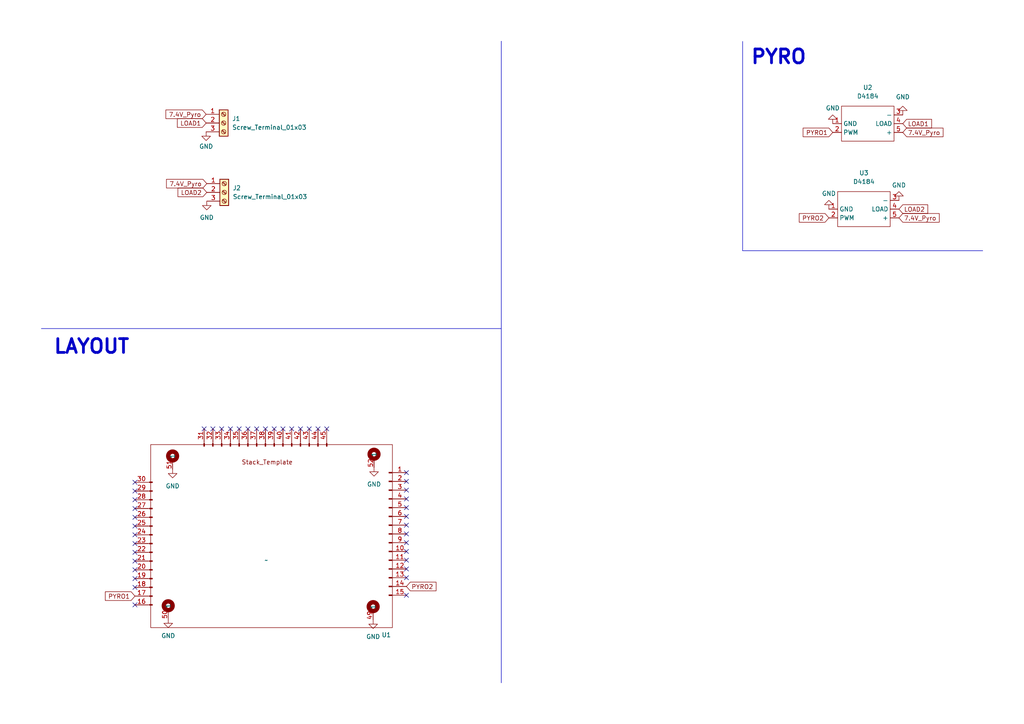
<source format=kicad_sch>
(kicad_sch (version 20230121) (generator eeschema)
  (paper "A4")
  (lib_symbols
    (symbol "Connector:Screw_Terminal_01x03" (pin_names (offset 1.016) hide)
      (property "Reference" "J" (at 0 5.08 0))
      (property "Value" "Screw_Terminal_01x03" (at 0 -5.08 0))
      (symbol "Screw_Terminal_01x03_1_1"
        (rectangle (start -1.27 3.81) (end 1.27 -3.81) (stroke (width 0.254)) (fill (type background)))
        (circle (center 0 -2.54) (radius 0.635) (stroke (width 0.1524)))
        (polyline (pts (xy -0.5334 -2.2098) (xy 0.3302 -3.048)) (stroke (width 0.1524)))
        (polyline (pts (xy -0.5334 0.3302) (xy 0.3302 -0.508)) (stroke (width 0.1524)))
        (polyline (pts (xy -0.5334 2.8702) (xy 0.3302 2.032)) (stroke (width 0.1524)))
        (polyline (pts (xy -0.3556 -2.032) (xy 0.508 -2.8702)) (stroke (width 0.1524)))
        (polyline (pts (xy -0.3556 0.508) (xy 0.508 -0.3302)) (stroke (width 0.1524)))
        (polyline (pts (xy -0.3556 3.048) (xy 0.508 2.2098)) (stroke (width 0.1524)))
        (circle (center 0 0) (radius 0.635) (stroke (width 0.1524)))
        (circle (center 0 2.54) (radius 0.635) (stroke (width 0.1524)))
        (pin passive line (at -5.08 2.54 0) (length 3.81) (name "Pin_1") (number "1"))
        (pin passive line (at -5.08 0 0) (length 3.81) (name "Pin_2") (number "2"))
        (pin passive line (at -5.08 -2.54 0) (length 3.81) (name "Pin_3") (number "3"))
      )
    )
    (symbol "D4184:D4184"
      (property "Reference" "U" (at 7.62 -2.54 0))
      (property "Value" "D4184" (at 7.62 2.54 0))
      (symbol "D4184_0_1"
        (rectangle (start 0 0) (end 15.24 -10.16))
      )
      (symbol "D4184_1_1"
        (pin power_in line (at -2.54 -5.08 0) (length 2.54) (name "GND") (number "1"))
        (pin input line (at -2.54 -7.62 0) (length 2.54) (name "PWM") (number "2"))
        (pin output line (at 17.78 -2.54 180) (length 2.54) (name "-") (number "3"))
        (pin output line (at 17.78 -5.08 180) (length 2.54) (name "LOAD") (number "4"))
        (pin output line (at 17.78 -7.62 180) (length 2.54) (name "+") (number "5"))
      )
    )
    (symbol "fc_stack:Template"
      (property "Reference" "U" (at 0 0 0))
      (symbol "Template_0_1"
        (circle (center -28.448 -13.208) (radius 1.27) (stroke (width 1.27)))
        (circle (center -27.178 30.226) (radius 1.27) (stroke (width 1.27)))
        (circle (center 30.988 -13.462) (radius 1.27) (stroke (width 1.27)))
        (circle (center 31.242 30.734) (radius 1.27) (stroke (width 1.27)))
      )
      (symbol "Template_1_1"
        (rectangle (start -33.8836 -13.081) (end -33.02 -12.827) (stroke (width 0.1524)) (fill (type outline)))
        (rectangle (start -33.8836 -10.541) (end -33.02 -10.287) (stroke (width 0.1524)) (fill (type outline)))
        (rectangle (start -33.8836 -8.001) (end -33.02 -7.747) (stroke (width 0.1524)) (fill (type outline)))
        (rectangle (start -33.8836 -5.461) (end -33.02 -5.207) (stroke (width 0.1524)) (fill (type outline)))
        (rectangle (start -33.8836 -2.921) (end -33.02 -2.667) (stroke (width 0.1524)) (fill (type outline)))
        (rectangle (start -33.8836 -0.381) (end -33.02 -0.127) (stroke (width 0.1524)) (fill (type outline)))
        (rectangle (start -33.8836 2.159) (end -33.02 2.413) (stroke (width 0.1524)) (fill (type outline)))
        (rectangle (start -33.8836 4.699) (end -33.02 4.953) (stroke (width 0.1524)) (fill (type outline)))
        (rectangle (start -33.8836 7.239) (end -33.02 7.493) (stroke (width 0.1524)) (fill (type outline)))
        (rectangle (start -33.8836 9.779) (end -33.02 10.033) (stroke (width 0.1524)) (fill (type outline)))
        (rectangle (start -33.8836 12.319) (end -33.02 12.573) (stroke (width 0.1524)) (fill (type outline)))
        (rectangle (start -33.8836 14.859) (end -33.02 15.113) (stroke (width 0.1524)) (fill (type outline)))
        (rectangle (start -33.8836 17.399) (end -33.02 17.653) (stroke (width 0.1524)) (fill (type outline)))
        (rectangle (start -33.8836 19.939) (end -33.02 20.193) (stroke (width 0.1524)) (fill (type outline)))
        (rectangle (start -33.8836 22.479) (end -33.02 22.733) (stroke (width 0.1524)) (fill (type outline)))
        (rectangle (start -33.528 33.528) (end 36.576 -19.558))
        (rectangle (start -18.161 33.8836) (end -17.907 33.02) (stroke (width 0.1524)) (fill (type outline)))
        (rectangle (start -15.621 33.8836) (end -15.367 33.02) (stroke (width 0.1524)) (fill (type outline)))
        (rectangle (start -13.081 33.8836) (end -12.827 33.02) (stroke (width 0.1524)) (fill (type outline)))
        (rectangle (start -10.541 33.8836) (end -10.287 33.02) (stroke (width 0.1524)) (fill (type outline)))
        (rectangle (start -8.001 33.8836) (end -7.747 33.02) (stroke (width 0.1524)) (fill (type outline)))
        (rectangle (start -5.461 33.8836) (end -5.207 33.02) (stroke (width 0.1524)) (fill (type outline)))
        (rectangle (start -2.921 33.8836) (end -2.667 33.02) (stroke (width 0.1524)) (fill (type outline)))
        (rectangle (start -0.381 33.8836) (end -0.127 33.02) (stroke (width 0.1524)) (fill (type outline)))
        (polyline (pts (xy -34.29 -12.954) (xy -33.8836 -12.954)) (stroke (width 0.1524)))
        (polyline (pts (xy -34.29 -10.414) (xy -33.8836 -10.414)) (stroke (width 0.1524)))
        (polyline (pts (xy -34.29 -7.874) (xy -33.8836 -7.874)) (stroke (width 0.1524)))
        (polyline (pts (xy -34.29 -5.334) (xy -33.8836 -5.334)) (stroke (width 0.1524)))
        (polyline (pts (xy -34.29 -2.794) (xy -33.8836 -2.794)) (stroke (width 0.1524)))
        (polyline (pts (xy -34.29 -0.254) (xy -33.8836 -0.254)) (stroke (width 0.1524)))
        (polyline (pts (xy -34.29 2.286) (xy -33.8836 2.286)) (stroke (width 0.1524)))
        (polyline (pts (xy -34.29 4.826) (xy -33.8836 4.826)) (stroke (width 0.1524)))
        (polyline (pts (xy -34.29 7.366) (xy -33.8836 7.366)) (stroke (width 0.1524)))
        (polyline (pts (xy -34.29 9.906) (xy -33.8836 9.906)) (stroke (width 0.1524)))
        (polyline (pts (xy -34.29 12.446) (xy -33.8836 12.446)) (stroke (width 0.1524)))
        (polyline (pts (xy -34.29 14.986) (xy -33.8836 14.986)) (stroke (width 0.1524)))
        (polyline (pts (xy -34.29 17.526) (xy -33.8836 17.526)) (stroke (width 0.1524)))
        (polyline (pts (xy -34.29 20.066) (xy -33.8836 20.066)) (stroke (width 0.1524)))
        (polyline (pts (xy -34.29 22.606) (xy -33.8836 22.606)) (stroke (width 0.1524)))
        (polyline (pts (xy -18.034 34.29) (xy -18.034 33.8836)) (stroke (width 0.1524)))
        (polyline (pts (xy -15.494 34.29) (xy -15.494 33.8836)) (stroke (width 0.1524)))
        (polyline (pts (xy -12.954 34.29) (xy -12.954 33.8836)) (stroke (width 0.1524)))
        (polyline (pts (xy -10.414 34.29) (xy -10.414 33.8836)) (stroke (width 0.1524)))
        (polyline (pts (xy -7.874 34.29) (xy -7.874 33.8836)))
        (polyline (pts (xy -5.334 34.29) (xy -5.334 33.8836)) (stroke (width 0.1524)))
        (polyline (pts (xy -2.794 34.29) (xy -2.794 33.8836)) (stroke (width 0.1524)))
        (polyline (pts (xy -0.254 34.29) (xy -0.254 33.8836)) (stroke (width 0.1524)))
        (polyline (pts (xy 2.286 34.29) (xy 2.286 33.8836)) (stroke (width 0.1524)))
        (polyline (pts (xy 4.826 34.29) (xy 4.826 33.8836)) (stroke (width 0.1524)))
        (polyline (pts (xy 7.366 34.29) (xy 7.366 33.8836)) (stroke (width 0.1524)))
        (polyline (pts (xy 9.906 34.29) (xy 9.906 33.8836)) (stroke (width 0.1524)))
        (polyline (pts (xy 12.446 34.29) (xy 12.446 33.8836)) (stroke (width 0.1524)))
        (polyline (pts (xy 14.986 34.29) (xy 14.986 33.8836)) (stroke (width 0.1524)))
        (polyline (pts (xy 17.526 34.29) (xy 17.526 33.8836)) (stroke (width 0.1524)))
        (polyline (pts (xy 36.83 -10.16) (xy 36.4236 -10.16)) (stroke (width 0.1524)))
        (polyline (pts (xy 36.83 -7.62) (xy 36.4236 -7.62)) (stroke (width 0.1524)))
        (polyline (pts (xy 36.83 -5.08) (xy 36.4236 -5.08)) (stroke (width 0.1524)))
        (polyline (pts (xy 36.83 -2.54) (xy 36.4236 -2.54)) (stroke (width 0.1524)))
        (polyline (pts (xy 36.83 0) (xy 36.4236 0)) (stroke (width 0.1524)))
        (polyline (pts (xy 36.83 2.54) (xy 36.4236 2.54)) (stroke (width 0.1524)))
        (polyline (pts (xy 36.83 5.08) (xy 36.4236 5.08)) (stroke (width 0.1524)))
        (polyline (pts (xy 36.83 7.62) (xy 36.4236 7.62)) (stroke (width 0.1524)))
        (polyline (pts (xy 36.83 10.16) (xy 36.4236 10.16)) (stroke (width 0.1524)))
        (polyline (pts (xy 36.83 12.7) (xy 36.4236 12.7)) (stroke (width 0.1524)))
        (polyline (pts (xy 36.83 15.24) (xy 36.4236 15.24)) (stroke (width 0.1524)))
        (polyline (pts (xy 36.83 17.78) (xy 36.4236 17.78)) (stroke (width 0.1524)))
        (polyline (pts (xy 36.83 20.32) (xy 36.4236 20.32)) (stroke (width 0.1524)))
        (polyline (pts (xy 36.83 22.86) (xy 36.4236 22.86)) (stroke (width 0.1524)))
        (polyline (pts (xy 36.83 25.4) (xy 36.4236 25.4)) (stroke (width 0.1524)))
        (rectangle (start 2.159 33.8836) (end 2.413 33.02) (stroke (width 0.1524)) (fill (type outline)))
        (rectangle (start 4.699 33.8836) (end 4.953 33.02) (stroke (width 0.1524)) (fill (type outline)))
        (rectangle (start 7.239 33.8836) (end 7.493 33.02) (stroke (width 0.1524)) (fill (type outline)))
        (rectangle (start 9.779 33.8836) (end 10.033 33.02) (stroke (width 0.1524)) (fill (type outline)))
        (rectangle (start 12.319 33.8836) (end 12.573 33.02) (stroke (width 0.1524)) (fill (type outline)))
        (rectangle (start 14.859 33.8836) (end 15.113 33.02) (stroke (width 0.1524)) (fill (type outline)))
        (rectangle (start 17.399 33.8836) (end 17.653 33.02) (stroke (width 0.1524)) (fill (type outline)))
        (rectangle (start 36.4236 -10.033) (end 35.56 -10.287) (stroke (width 0.1524)) (fill (type outline)))
        (rectangle (start 36.4236 -7.493) (end 35.56 -7.747) (stroke (width 0.1524)) (fill (type outline)))
        (rectangle (start 36.4236 -4.953) (end 35.56 -5.207) (stroke (width 0.1524)) (fill (type outline)))
        (rectangle (start 36.4236 -2.413) (end 35.56 -2.667) (stroke (width 0.1524)) (fill (type outline)))
        (rectangle (start 36.4236 0.127) (end 35.56 -0.127) (stroke (width 0.1524)) (fill (type outline)))
        (rectangle (start 36.4236 2.667) (end 35.56 2.413) (stroke (width 0.1524)) (fill (type outline)))
        (rectangle (start 36.4236 5.207) (end 35.56 4.953) (stroke (width 0.1524)) (fill (type outline)))
        (rectangle (start 36.4236 7.747) (end 35.56 7.493) (stroke (width 0.1524)) (fill (type outline)))
        (rectangle (start 36.4236 10.287) (end 35.56 10.033) (stroke (width 0.1524)) (fill (type outline)))
        (rectangle (start 36.4236 12.827) (end 35.56 12.573) (stroke (width 0.1524)) (fill (type outline)))
        (rectangle (start 36.4236 15.367) (end 35.56 15.113) (stroke (width 0.1524)) (fill (type outline)))
        (rectangle (start 36.4236 17.907) (end 35.56 17.653) (stroke (width 0.1524)) (fill (type outline)))
        (rectangle (start 36.4236 20.447) (end 35.56 20.193) (stroke (width 0.1524)) (fill (type outline)))
        (rectangle (start 36.4236 22.987) (end 35.56 22.733) (stroke (width 0.1524)) (fill (type outline)))
        (rectangle (start 36.4236 25.527) (end 35.56 25.273) (stroke (width 0.1524)) (fill (type outline)))
        (text "Stack_Template\n" (at 0.254 28.448 0) (effects (font (size 1.27 1.27))))
        (pin passive line (at 40.64 25.4 180) (length 3.81) (name "") (number "1"))
        (pin passive line (at 40.64 2.54 180) (length 3.81) (name "") (number "10"))
        (pin passive line (at 40.64 0 180) (length 3.81) (name "") (number "11"))
        (pin passive line (at 40.64 -2.54 180) (length 3.81) (name "") (number "12"))
        (pin passive line (at 40.64 -5.08 180) (length 3.81) (name "") (number "13"))
        (pin passive line (at 40.64 -7.62 180) (length 3.81) (name "") (number "14"))
        (pin passive line (at 40.64 -10.16 180) (length 3.81) (name "") (number "15"))
        (pin passive line (at -38.1 -12.954 0) (length 3.81) (name "") (number "16"))
        (pin passive line (at -38.1 -10.414 0) (length 3.81) (name "") (number "17"))
        (pin passive line (at -38.1 -7.874 0) (length 3.81) (name "") (number "18"))
        (pin passive line (at -38.1 -5.334 0) (length 3.81) (name "") (number "19"))
        (pin passive line (at 40.64 22.86 180) (length 3.81) (name "") (number "2"))
        (pin passive line (at -38.1 -2.794 0) (length 3.81) (name "") (number "20"))
        (pin passive line (at -38.1 -0.254 0) (length 3.81) (name "") (number "21"))
        (pin passive line (at -38.1 2.286 0) (length 3.81) (name "") (number "22"))
        (pin passive line (at -38.1 4.826 0) (length 3.81) (name "") (number "23"))
        (pin passive line (at -38.1 7.366 0) (length 3.81) (name "") (number "24"))
        (pin passive line (at -38.1 9.906 0) (length 3.81) (name "") (number "25"))
        (pin passive line (at -38.1 12.446 0) (length 3.81) (name "") (number "26"))
        (pin passive line (at -38.1 14.986 0) (length 3.81) (name "") (number "27"))
        (pin passive line (at -38.1 17.526 0) (length 3.81) (name "") (number "28"))
        (pin passive line (at -38.1 20.066 0) (length 3.81) (name "") (number "29"))
        (pin passive line (at 40.64 20.32 180) (length 3.81) (name "") (number "3"))
        (pin passive line (at -38.1 22.606 0) (length 3.81) (name "") (number "30"))
        (pin passive line (at -18.034 38.1 270) (length 3.81) (name "") (number "31"))
        (pin passive line (at -15.494 38.1 270) (length 3.81) (name "") (number "32"))
        (pin passive line (at -12.954 38.1 270) (length 3.81) (name "") (number "33"))
        (pin passive line (at -10.414 38.1 270) (length 3.81) (name "") (number "34"))
        (pin passive line (at -7.874 38.1 270) (length 3.81) (name "") (number "35"))
        (pin passive line (at -5.334 38.1 270) (length 3.81) (name "") (number "36"))
        (pin passive line (at -2.794 38.1 270) (length 3.81) (name "") (number "37"))
        (pin passive line (at -0.254 38.1 270) (length 3.81) (name "") (number "38"))
        (pin passive line (at 2.286 38.1 270) (length 3.81) (name "") (number "39"))
        (pin passive line (at 40.64 17.78 180) (length 3.81) (name "") (number "4"))
        (pin passive line (at 4.826 38.1 270) (length 3.81) (name "") (number "40"))
        (pin passive line (at 7.366 38.1 270) (length 3.81) (name "") (number "41"))
        (pin passive line (at 9.906 38.1 270) (length 3.81) (name "") (number "42"))
        (pin passive line (at 12.446 38.1 270) (length 3.81) (name "") (number "43"))
        (pin passive line (at 14.986 38.1 270) (length 3.81) (name "") (number "44"))
        (pin passive line (at 17.526 38.1 270) (length 3.81) (name "") (number "45"))
        (pin input line (at 30.988 -17.272 90) (length 2.54) (name "1") (number "49"))
        (pin passive line (at 40.64 15.24 180) (length 3.81) (name "") (number "5"))
        (pin input line (at -28.448 -17.018 90) (length 2.54) (name "1") (number "50"))
        (pin input line (at -27.178 26.416 90) (length 2.54) (name "1") (number "51"))
        (pin input line (at 31.242 26.924 90) (length 2.54) (name "1") (number "52"))
        (pin passive line (at 40.64 12.7 180) (length 3.81) (name "") (number "6"))
        (pin passive line (at 40.64 10.16 180) (length 3.81) (name "") (number "7"))
        (pin passive line (at 40.64 7.62 180) (length 3.81) (name "") (number "8"))
        (pin passive line (at 40.64 5.08 180) (length 3.81) (name "") (number "9"))
      )
    )
    (symbol "power:GND" (power) (pin_names (offset 0))
      (property "Value" "GND" (at 0 -3.81 0))
      (symbol "GND_0_1"
        (polyline (pts (xy 0 0) (xy 0 -1.27) (xy 1.27 -1.27) (xy 0 -2.54) (xy -1.27 -1.27) (xy 0 -1.27)))
      )
      (symbol "GND_1_1"
        (pin power_in line (at 0 0 270) (length 0) hide (name "GND") (number "1"))
      )
    )
  )
  (no_connect (at 39.1414 167.8178))
  (no_connect (at 79.5274 124.3838))
  (no_connect (at 89.6874 124.3838))
  (no_connect (at 117.8814 139.6238))
  (no_connect (at 117.8814 142.1638))
  (no_connect (at 39.1414 170.3578))
  (no_connect (at 82.0674 124.3838))
  (no_connect (at 39.1414 157.6578))
  (no_connect (at 39.1414 139.8778))
  (no_connect (at 117.8814 152.3238))
  (no_connect (at 59.2074 124.3838))
  (no_connect (at 39.1414 150.0378))
  (no_connect (at 76.9874 124.3838))
  (no_connect (at 39.1414 175.4378))
  (no_connect (at 117.8814 165.0238))
  (no_connect (at 94.7674 124.3838))
  (no_connect (at 87.1474 124.3838))
  (no_connect (at 117.8814 157.4038))
  (no_connect (at 39.1414 160.1978))
  (no_connect (at 39.1414 152.5778))
  (no_connect (at 69.3674 124.3838))
  (no_connect (at 66.8274 124.3838))
  (no_connect (at 71.9074 124.3838))
  (no_connect (at 64.2874 124.3838))
  (no_connect (at 74.4474 124.3838))
  (no_connect (at 39.1414 147.4978))
  (no_connect (at 117.8814 149.7838))
  (no_connect (at 39.1414 142.4178))
  (no_connect (at 117.8814 159.9438))
  (no_connect (at 39.1414 162.7378))
  (no_connect (at 117.8814 147.2438))
  (no_connect (at 117.8814 154.8638))
  (no_connect (at 39.1414 155.1178))
  (no_connect (at 117.8814 167.5638))
  (no_connect (at 117.8814 172.6438))
  (no_connect (at 39.1414 165.2778))
  (no_connect (at 117.8814 144.7038))
  (no_connect (at 84.6074 124.3838))
  (no_connect (at 39.1414 144.9578))
  (no_connect (at 92.2274 124.3838))
  (no_connect (at 117.8814 162.4838))
  (no_connect (at 117.8814 137.0838))
  (no_connect (at 61.7474 124.3838))
  (polyline (pts (xy 145.3896 95.3008) (xy 145.3896 198.0438)))
  (polyline (pts (xy 215.392 72.7202) (xy 285.0388 72.7202)))
  (polyline (pts (xy 215.392 12.0142) (xy 215.392 72.7202)))
  (polyline (pts (xy 145.3896 95.3008) (xy 145.3896 11.9888)))
  (polyline (pts (xy 11.9888 95.3008) (xy 145.3896 95.3008)))
  (polyline (pts (xy 145.3896 11.9888) (xy 145.415 11.9888)))
  (text "LAYOUT\n" (at 15.2908 102.997 0) (effects (font (size 4 4) bold) (justify left bottom)))
  (text "PYRO\n" (at 217.5256 18.9992 0) (effects (font (size 4 4) (thickness 0.8) bold) (justify left bottom)))
  (global_label "PYRO1" (shape input) (at 39.1414 172.8978 180) (property "Intersheetrefs" "${INTERSHEET_REFS}" (effects hide)))
  (global_label "7.4V_Pyro" (shape input) (at 59.7916 33.147 180) (property "Intersheetrefs" "${INTERSHEET_REFS}" (effects hide)))
  (global_label "7.4V_Pyro" (shape input) (at 59.9694 53.2638 180) (property "Intersheetrefs" "${INTERSHEET_REFS}" (effects hide)))
  (global_label "7.4V_Pyro" (shape input) (at 260.731 63.1952 0) (property "Intersheetrefs" "${INTERSHEET_REFS}" (effects hide)))
  (global_label "LOAD2" (shape input) (at 260.731 60.6552 0) (property "Intersheetrefs" "${INTERSHEET_REFS}" (effects hide)))
  (global_label "7.4V_Pyro" (shape input) (at 261.8486 38.4048 0) (property "Intersheetrefs" "${INTERSHEET_REFS}" (effects hide)))
  (global_label "PYRO2" (shape input) (at 240.411 63.1952 180) (property "Intersheetrefs" "${INTERSHEET_REFS}" (effects hide)))
  (global_label "LOAD1" (shape input) (at 261.8486 35.8648 0) (property "Intersheetrefs" "${INTERSHEET_REFS}" (effects hide)))
  (global_label "PYRO1" (shape input) (at 241.5286 38.4048 180) (property "Intersheetrefs" "${INTERSHEET_REFS}" (effects hide)))
  (global_label "LOAD1" (shape input) (at 59.7916 35.687 180) (property "Intersheetrefs" "${INTERSHEET_REFS}" (effects hide)))
  (global_label "LOAD2" (shape input) (at 59.9694 55.8038 180) (property "Intersheetrefs" "${INTERSHEET_REFS}" (effects hide)))
  (global_label "PYRO2" (shape input) (at 117.8814 170.1038 0) (property "Intersheetrefs" "${INTERSHEET_REFS}" (effects hide)))
  (symbol (lib_id "power:GND") (at 48.7934 179.5018 0) (unit 1)
    (property "Reference" "#PWR05" (effects hide))
    (property "Value" "GND" (at 48.7934 184.404 0))
  )
  (symbol (lib_id "power:GND") (at 50.0634 136.0678 0) (unit 1)
    (property "Reference" "#PWR03" (effects hide))
    (property "Value" "GND" (at 50.0634 140.97 0))
  )
  (symbol (lib_id "Connector:Screw_Terminal_01x03") (at 64.8716 35.687 0) (unit 1)
    (property "Reference" "J1" (at 67.31 34.417 0) (effects (justify left)))
    (property "Value" "Screw_Terminal_01x03" (at 67.31 36.957 0) (effects (justify left)))
    (property "Footprint" "TerminalBlock:TerminalBlock_bornier-3_P5.08mm" (effects hide))
  )
  (symbol (lib_id "fc_stack:Template") (at 77.2414 162.4838 0) (unit 1)
    (property "Reference" "U1" (at 110.6775 184.15 0) (effects (justify left)))
    (property "Value" "~" (at 77.2414 162.4838 0))
    (property "Footprint" "FC_Stack_template:FC_Stack_template" (effects hide))
  )
  (symbol (lib_id "Connector:Screw_Terminal_01x03") (at 65.0494 55.8038 0) (unit 1)
    (property "Reference" "J2" (at 67.4878 54.5338 0) (effects (justify left)))
    (property "Value" "Screw_Terminal_01x03" (at 67.4878 57.0738 0) (effects (justify left)))
    (property "Footprint" "TerminalBlock:TerminalBlock_bornier-3_P5.08mm" (effects hide))
  )
  (symbol (lib_id "power:GND") (at 241.5286 35.8648 180) (unit 1)
    (property "Reference" "#PWR01" (effects hide))
    (property "Value" "GND" (at 241.5286 31.3436 0))
  )
  (symbol (lib_id "D4184:D4184") (at 242.951 55.5752 0) (unit 1)
    (property "Reference" "U3" (at 250.571 50.165 0))
    (property "Value" "D4184" (at 250.571 52.705 0))
    (property "Footprint" "D4184:D4184" (effects hide))
  )
  (symbol (lib_id "power:GND") (at 108.4834 135.5598 0) (unit 1)
    (property "Reference" "#PWR04" (effects hide))
    (property "Value" "GND" (at 108.4834 140.462 0))
  )
  (symbol (lib_id "power:GND") (at 240.411 60.6552 180) (unit 1)
    (property "Reference" "#PWR02" (effects hide))
    (property "Value" "GND" (at 240.411 56.134 0))
  )
  (symbol (lib_id "power:GND") (at 260.731 58.1152 180) (unit 1)
    (property "Reference" "#PWR010" (effects hide))
    (property "Value" "GND" (at 260.731 53.721 0))
  )
  (symbol (lib_id "power:GND") (at 261.8486 33.3248 180) (unit 1)
    (property "Reference" "#PWR09" (effects hide))
    (property "Value" "GND" (at 261.8486 28.1178 0))
  )
  (symbol (lib_id "D4184:D4184") (at 244.0686 30.7848 0) (unit 1)
    (property "Reference" "U2" (at 251.6886 25.3746 0))
    (property "Value" "D4184" (at 251.6886 27.9146 0))
    (property "Footprint" "D4184:D4184" (effects hide))
  )
  (symbol (lib_id "power:GND") (at 59.9694 58.3438 0) (unit 1)
    (property "Reference" "#PWR08" (effects hide))
    (property "Value" "GND" (at 59.9694 63.0936 0))
  )
  (symbol (lib_id "power:GND") (at 59.7916 38.227 0) (unit 1)
    (property "Reference" "#PWR07" (effects hide))
    (property "Value" "GND" (at 59.7916 42.4688 0))
  )
  (symbol (lib_id "power:GND") (at 108.2294 179.7558 0) (unit 1)
    (property "Reference" "#PWR06" (effects hide))
    (property "Value" "GND" (at 108.2294 184.658 0))
  )
)
</source>
